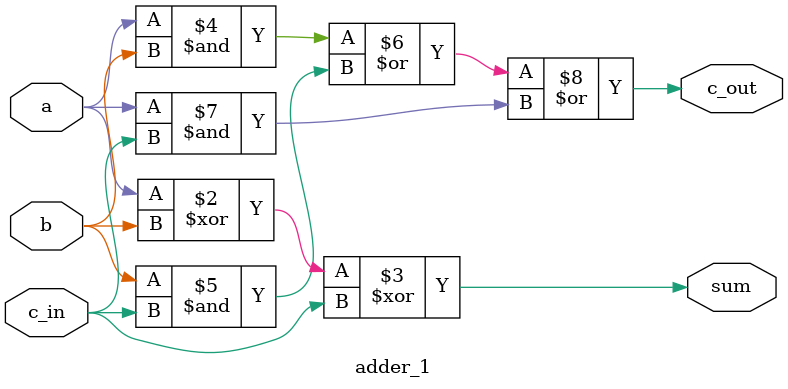
<source format=sv>
`timescale 1ns/1ps
`default_nettype none
/*
  a 1 bit addder that we can daisy chain for 
  ripple carry adders
*/

module adder_1(a, b, c_in, sum, c_out);

input wire a, b, c_in;
output logic sum, c_out;

always_comb begin
	sum = (a ^ b) ^ c_in;
	c_out = (a & b) | (b & c_in) | (a & c_in);
end

endmodule

</source>
